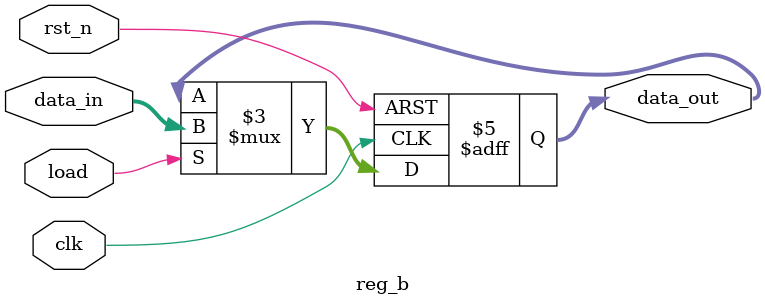
<source format=v>

module reg_b (
    input               clk,
    input               rst_n,
    input               load,
    input  signed [15:0] data_in,
    output reg signed [15:0] data_out
);
    always @(posedge clk or negedge rst_n) begin
        if (!rst_n)
            data_out <= 16'sd0;
        else if (load)
            data_out <= data_in;
    end
endmodule

</source>
